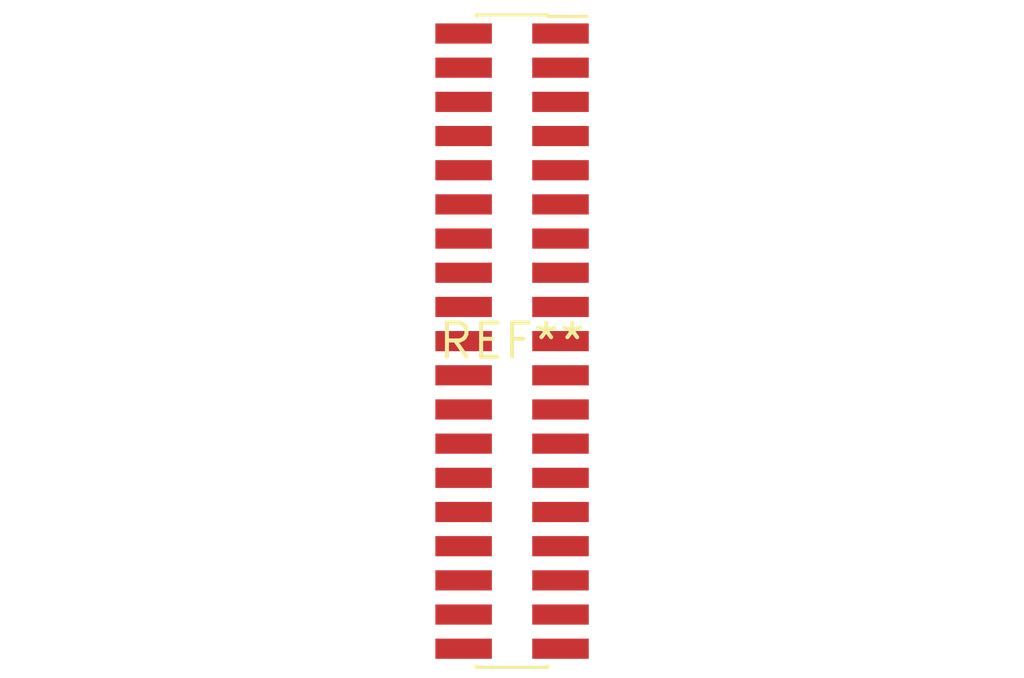
<source format=kicad_pcb>
(kicad_pcb (version 20240108) (generator pcbnew)
  (layers (0 "F.Cu" signal) (31 "B.Cu" signal) (34 "B.Paste" user) (35 "F.Paste" user) (36 "B.SilkS" user "B.Silkscreen") (37 "F.SilkS" user "F.Silkscreen") (38 "B.Mask" user) (39 "F.Mask" user) (44 "Edge.Cuts" user))
  (net 0 "")
  (footprint "PinSocket_2x19_P1.27mm_Vertical_SMD" (layer "F.Cu") (at 0 0)
    (property "Reference" "REF**")
    (property "Value" "PinSocket_2x19_P1.27mm_Vertical_SMD")
    (fp_line (start -1.33 -12.125) (end -1.33 -12.065) (layer "F.SilkS") (stroke (width 0.12)))
    (fp_line (start -1.33 -12.125) (end 1.33 -12.125) (layer "F.SilkS") (stroke (width 0.12)))
    (fp_line (start -1.33 12.065) (end -1.33 12.125) (layer "F.SilkS") (stroke (width 0.12)))
    (fp_line (start -1.33 12.125) (end 1.33 12.125) (layer "F.SilkS") (stroke (width 0.12)))
    (fp_line (start 1.33 -12.125) (end 1.33 -12.065) (layer "F.SilkS") (stroke (width 0.12)))
    (fp_line (start 1.33 -12.065) (end 2.79 -12.065) (layer "F.SilkS") (stroke (width 0.12)))
    (fp_line (start 1.33 12.065) (end 1.33 12.125) (layer "F.SilkS") (stroke (width 0.12)))
    (pad "1" smd rect (at 1.8 -11.43) (size 2.1 0.75) (layers "F.Cu" "F.Paste" "F.Mask"))
    (pad "2" smd rect (at -1.8 -11.43) (size 2.1 0.75) (layers "F.Cu" "F.Paste" "F.Mask"))
    (pad "3" smd rect (at 1.8 -10.16) (size 2.1 0.75) (layers "F.Cu" "F.Paste" "F.Mask"))
    (pad "4" smd rect (at -1.8 -10.16) (size 2.1 0.75) (layers "F.Cu" "F.Paste" "F.Mask"))
    (pad "5" smd rect (at 1.8 -8.89) (size 2.1 0.75) (layers "F.Cu" "F.Paste" "F.Mask"))
    (pad "6" smd rect (at -1.8 -8.89) (size 2.1 0.75) (layers "F.Cu" "F.Paste" "F.Mask"))
    (pad "7" smd rect (at 1.8 -7.62) (size 2.1 0.75) (layers "F.Cu" "F.Paste" "F.Mask"))
    (pad "8" smd rect (at -1.8 -7.62) (size 2.1 0.75) (layers "F.Cu" "F.Paste" "F.Mask"))
    (pad "9" smd rect (at 1.8 -6.35) (size 2.1 0.75) (layers "F.Cu" "F.Paste" "F.Mask"))
    (pad "10" smd rect (at -1.8 -6.35) (size 2.1 0.75) (layers "F.Cu" "F.Paste" "F.Mask"))
    (pad "11" smd rect (at 1.8 -5.08) (size 2.1 0.75) (layers "F.Cu" "F.Paste" "F.Mask"))
    (pad "12" smd rect (at -1.8 -5.08) (size 2.1 0.75) (layers "F.Cu" "F.Paste" "F.Mask"))
    (pad "13" smd rect (at 1.8 -3.81) (size 2.1 0.75) (layers "F.Cu" "F.Paste" "F.Mask"))
    (pad "14" smd rect (at -1.8 -3.81) (size 2.1 0.75) (layers "F.Cu" "F.Paste" "F.Mask"))
    (pad "15" smd rect (at 1.8 -2.54) (size 2.1 0.75) (layers "F.Cu" "F.Paste" "F.Mask"))
    (pad "16" smd rect (at -1.8 -2.54) (size 2.1 0.75) (layers "F.Cu" "F.Paste" "F.Mask"))
    (pad "17" smd rect (at 1.8 -1.27) (size 2.1 0.75) (layers "F.Cu" "F.Paste" "F.Mask"))
    (pad "18" smd rect (at -1.8 -1.27) (size 2.1 0.75) (layers "F.Cu" "F.Paste" "F.Mask"))
    (pad "19" smd rect (at 1.8 0) (size 2.1 0.75) (layers "F.Cu" "F.Paste" "F.Mask"))
    (pad "20" smd rect (at -1.8 0) (size 2.1 0.75) (layers "F.Cu" "F.Paste" "F.Mask"))
    (pad "21" smd rect (at 1.8 1.27) (size 2.1 0.75) (layers "F.Cu" "F.Paste" "F.Mask"))
    (pad "22" smd rect (at -1.8 1.27) (size 2.1 0.75) (layers "F.Cu" "F.Paste" "F.Mask"))
    (pad "23" smd rect (at 1.8 2.54) (size 2.1 0.75) (layers "F.Cu" "F.Paste" "F.Mask"))
    (pad "24" smd rect (at -1.8 2.54) (size 2.1 0.75) (layers "F.Cu" "F.Paste" "F.Mask"))
    (pad "25" smd rect (at 1.8 3.81) (size 2.1 0.75) (layers "F.Cu" "F.Paste" "F.Mask"))
    (pad "26" smd rect (at -1.8 3.81) (size 2.1 0.75) (layers "F.Cu" "F.Paste" "F.Mask"))
    (pad "27" smd rect (at 1.8 5.08) (size 2.1 0.75) (layers "F.Cu" "F.Paste" "F.Mask"))
    (pad "28" smd rect (at -1.8 5.08) (size 2.1 0.75) (layers "F.Cu" "F.Paste" "F.Mask"))
    (pad "29" smd rect (at 1.8 6.35) (size 2.1 0.75) (layers "F.Cu" "F.Paste" "F.Mask"))
    (pad "30" smd rect (at -1.8 6.35) (size 2.1 0.75) (layers "F.Cu" "F.Paste" "F.Mask"))
    (pad "31" smd rect (at 1.8 7.62) (size 2.1 0.75) (layers "F.Cu" "F.Paste" "F.Mask"))
    (pad "32" smd rect (at -1.8 7.62) (size 2.1 0.75) (layers "F.Cu" "F.Paste" "F.Mask"))
    (pad "33" smd rect (at 1.8 8.89) (size 2.1 0.75) (layers "F.Cu" "F.Paste" "F.Mask"))
    (pad "34" smd rect (at -1.8 8.89) (size 2.1 0.75) (layers "F.Cu" "F.Paste" "F.Mask"))
    (pad "35" smd rect (at 1.8 10.16) (size 2.1 0.75) (layers "F.Cu" "F.Paste" "F.Mask"))
    (pad "36" smd rect (at -1.8 10.16) (size 2.1 0.75) (layers "F.Cu" "F.Paste" "F.Mask"))
    (pad "37" smd rect (at 1.8 11.43) (size 2.1 0.75) (layers "F.Cu" "F.Paste" "F.Mask"))
    (pad "38" smd rect (at -1.8 11.43) (size 2.1 0.75) (layers "F.Cu" "F.Paste" "F.Mask"))
  )
)
</source>
